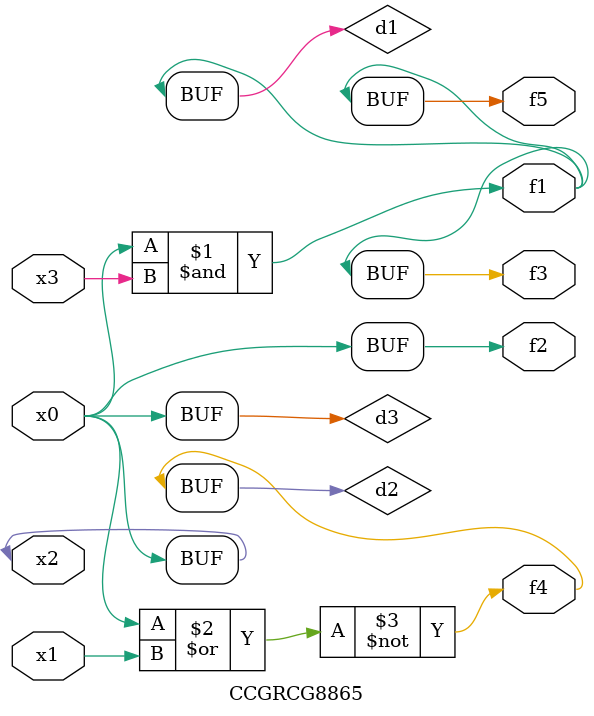
<source format=v>
module CCGRCG8865(
	input x0, x1, x2, x3,
	output f1, f2, f3, f4, f5
);

	wire d1, d2, d3;

	and (d1, x2, x3);
	nor (d2, x0, x1);
	buf (d3, x0, x2);
	assign f1 = d1;
	assign f2 = d3;
	assign f3 = d1;
	assign f4 = d2;
	assign f5 = d1;
endmodule

</source>
